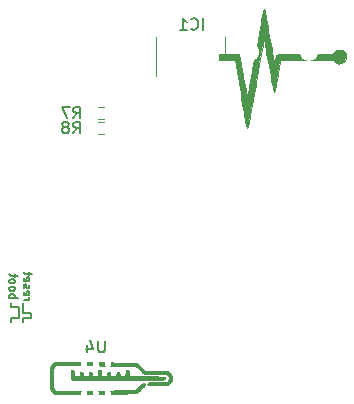
<source format=gbo>
G04 #@! TF.GenerationSoftware,KiCad,Pcbnew,(5.1.7)-1*
G04 #@! TF.CreationDate,2020-10-26T16:21:14+03:00*
G04 #@! TF.ProjectId,body_temp,626f6479-5f74-4656-9d70-2e6b69636164,rev?*
G04 #@! TF.SameCoordinates,Original*
G04 #@! TF.FileFunction,Legend,Bot*
G04 #@! TF.FilePolarity,Positive*
%FSLAX46Y46*%
G04 Gerber Fmt 4.6, Leading zero omitted, Abs format (unit mm)*
G04 Created by KiCad (PCBNEW (5.1.7)-1) date 2020-10-26 16:21:14*
%MOMM*%
%LPD*%
G01*
G04 APERTURE LIST*
%ADD10C,0.150000*%
%ADD11C,0.010000*%
%ADD12C,0.120000*%
%ADD13C,0.802000*%
%ADD14C,1.402000*%
%ADD15C,1.552000*%
%ADD16O,1.302000X2.002000*%
G04 APERTURE END LIST*
D10*
X18859500Y-41084500D02*
X18859500Y-40703500D01*
X19494500Y-41084500D02*
X18859500Y-41084500D01*
X19494500Y-41973500D02*
X19494500Y-41084500D01*
X18859500Y-41973500D02*
X19494500Y-41973500D01*
X18859500Y-42354500D02*
X18859500Y-41973500D01*
X19875500Y-41592500D02*
X19875500Y-40703500D01*
X20510500Y-41592500D02*
X19875500Y-41592500D01*
X20510500Y-41973500D02*
X20510500Y-41592500D01*
X19875500Y-41973500D02*
X20510500Y-41973500D01*
X19875500Y-42354500D02*
X19875500Y-41973500D01*
X19904833Y-40439833D02*
X20371500Y-40439833D01*
X20238166Y-40439833D02*
X20304833Y-40406500D01*
X20338166Y-40373166D01*
X20371500Y-40306500D01*
X20371500Y-40239833D01*
X19938166Y-39739833D02*
X19904833Y-39806500D01*
X19904833Y-39939833D01*
X19938166Y-40006500D01*
X20004833Y-40039833D01*
X20271500Y-40039833D01*
X20338166Y-40006500D01*
X20371500Y-39939833D01*
X20371500Y-39806500D01*
X20338166Y-39739833D01*
X20271500Y-39706500D01*
X20204833Y-39706500D01*
X20138166Y-40039833D01*
X19938166Y-39439833D02*
X19904833Y-39373166D01*
X19904833Y-39239833D01*
X19938166Y-39173166D01*
X20004833Y-39139833D01*
X20038166Y-39139833D01*
X20104833Y-39173166D01*
X20138166Y-39239833D01*
X20138166Y-39339833D01*
X20171500Y-39406500D01*
X20238166Y-39439833D01*
X20271500Y-39439833D01*
X20338166Y-39406500D01*
X20371500Y-39339833D01*
X20371500Y-39239833D01*
X20338166Y-39173166D01*
X19938166Y-38573166D02*
X19904833Y-38639833D01*
X19904833Y-38773166D01*
X19938166Y-38839833D01*
X20004833Y-38873166D01*
X20271500Y-38873166D01*
X20338166Y-38839833D01*
X20371500Y-38773166D01*
X20371500Y-38639833D01*
X20338166Y-38573166D01*
X20271500Y-38539833D01*
X20204833Y-38539833D01*
X20138166Y-38873166D01*
X20371500Y-38339833D02*
X20371500Y-38073166D01*
X20604833Y-38239833D02*
X20004833Y-38239833D01*
X19938166Y-38206500D01*
X19904833Y-38139833D01*
X19904833Y-38073166D01*
X18704833Y-40289833D02*
X19404833Y-40289833D01*
X19138166Y-40289833D02*
X19171500Y-40223166D01*
X19171500Y-40089833D01*
X19138166Y-40023166D01*
X19104833Y-39989833D01*
X19038166Y-39956500D01*
X18838166Y-39956500D01*
X18771500Y-39989833D01*
X18738166Y-40023166D01*
X18704833Y-40089833D01*
X18704833Y-40223166D01*
X18738166Y-40289833D01*
X18704833Y-39556500D02*
X18738166Y-39623166D01*
X18771500Y-39656500D01*
X18838166Y-39689833D01*
X19038166Y-39689833D01*
X19104833Y-39656500D01*
X19138166Y-39623166D01*
X19171500Y-39556500D01*
X19171500Y-39456500D01*
X19138166Y-39389833D01*
X19104833Y-39356500D01*
X19038166Y-39323166D01*
X18838166Y-39323166D01*
X18771500Y-39356500D01*
X18738166Y-39389833D01*
X18704833Y-39456500D01*
X18704833Y-39556500D01*
X18704833Y-38923166D02*
X18738166Y-38989833D01*
X18771500Y-39023166D01*
X18838166Y-39056500D01*
X19038166Y-39056500D01*
X19104833Y-39023166D01*
X19138166Y-38989833D01*
X19171500Y-38923166D01*
X19171500Y-38823166D01*
X19138166Y-38756500D01*
X19104833Y-38723166D01*
X19038166Y-38689833D01*
X18838166Y-38689833D01*
X18771500Y-38723166D01*
X18738166Y-38756500D01*
X18704833Y-38823166D01*
X18704833Y-38923166D01*
X19171500Y-38489833D02*
X19171500Y-38223166D01*
X19404833Y-38389833D02*
X18804833Y-38389833D01*
X18738166Y-38356500D01*
X18704833Y-38289833D01*
X18704833Y-38223166D01*
D11*
G36*
X22297633Y-45923132D02*
G01*
X22261968Y-45962629D01*
X22237586Y-45996284D01*
X22219384Y-46031560D01*
X22202258Y-46075917D01*
X22195050Y-46096482D01*
X22186930Y-46121825D01*
X22180049Y-46148976D01*
X22174306Y-46180514D01*
X22169601Y-46219020D01*
X22165833Y-46267073D01*
X22162901Y-46327253D01*
X22160703Y-46402138D01*
X22159139Y-46494310D01*
X22158109Y-46606346D01*
X22157510Y-46740827D01*
X22157242Y-46900333D01*
X22157200Y-47064053D01*
X22157607Y-47250891D01*
X22158741Y-47421738D01*
X22160559Y-47574620D01*
X22163014Y-47707561D01*
X22166064Y-47818587D01*
X22169661Y-47905724D01*
X22173762Y-47966995D01*
X22178322Y-48000428D01*
X22178482Y-48001042D01*
X22224818Y-48119702D01*
X22295123Y-48227425D01*
X22384925Y-48319463D01*
X22489747Y-48391066D01*
X22583881Y-48431236D01*
X22609917Y-48434542D01*
X22664725Y-48437286D01*
X22747203Y-48439471D01*
X22856245Y-48441104D01*
X22990747Y-48442189D01*
X23149605Y-48442729D01*
X23331715Y-48442730D01*
X23535973Y-48442198D01*
X23761274Y-48441136D01*
X24006515Y-48439548D01*
X24270591Y-48437440D01*
X24552399Y-48434817D01*
X24850833Y-48431682D01*
X25164790Y-48428041D01*
X25493166Y-48423898D01*
X25834855Y-48419258D01*
X26005501Y-48416822D01*
X26170133Y-48414448D01*
X26339316Y-48412026D01*
X26507990Y-48409630D01*
X26671097Y-48407330D01*
X26823580Y-48405197D01*
X26960383Y-48403301D01*
X27076444Y-48401716D01*
X27151538Y-48400710D01*
X27334306Y-48398172D01*
X27531177Y-48395217D01*
X27737289Y-48391933D01*
X27947777Y-48388407D01*
X28157779Y-48384725D01*
X28362432Y-48380975D01*
X28556874Y-48377245D01*
X28736240Y-48373621D01*
X28895667Y-48370192D01*
X29030293Y-48367042D01*
X29035608Y-48366911D01*
X29164264Y-48363437D01*
X29267866Y-48359059D01*
X29351237Y-48352200D01*
X29419199Y-48341285D01*
X29476572Y-48324741D01*
X29528179Y-48300990D01*
X29578840Y-48268459D01*
X29633378Y-48225572D01*
X29696614Y-48170754D01*
X29731767Y-48139479D01*
X29806482Y-48071177D01*
X29885699Y-47995932D01*
X29961020Y-47921886D01*
X30024052Y-47857185D01*
X30036398Y-47843974D01*
X30089042Y-47786493D01*
X30124497Y-47745561D01*
X30146140Y-47716046D01*
X30157351Y-47692818D01*
X30161506Y-47670745D01*
X30162024Y-47653130D01*
X30150391Y-47601355D01*
X30120376Y-47555309D01*
X30079308Y-47523481D01*
X30041897Y-47513943D01*
X30010581Y-47525113D01*
X29960681Y-47558089D01*
X29893157Y-47612070D01*
X29808966Y-47686255D01*
X29709066Y-47779842D01*
X29618958Y-47867668D01*
X29552934Y-47933133D01*
X29500487Y-47983335D01*
X29456163Y-48020419D01*
X29414508Y-48046531D01*
X29370068Y-48063821D01*
X29317392Y-48074432D01*
X29251024Y-48080514D01*
X29165511Y-48084213D01*
X29060511Y-48087509D01*
X28905456Y-48092203D01*
X28731062Y-48096899D01*
X28538971Y-48101575D01*
X28330822Y-48106218D01*
X28108256Y-48110808D01*
X27872912Y-48115328D01*
X27626432Y-48119762D01*
X27370456Y-48124091D01*
X27106624Y-48128299D01*
X26836575Y-48132369D01*
X26561951Y-48136282D01*
X26284393Y-48140023D01*
X26005539Y-48143573D01*
X25727031Y-48146914D01*
X25450510Y-48150031D01*
X25177614Y-48152906D01*
X24909985Y-48155521D01*
X24649263Y-48157859D01*
X24397089Y-48159903D01*
X24155102Y-48161636D01*
X23924942Y-48163040D01*
X23708251Y-48164099D01*
X23506669Y-48164793D01*
X23321835Y-48165108D01*
X23155391Y-48165023D01*
X23008977Y-48164525D01*
X22884232Y-48163594D01*
X22782798Y-48162214D01*
X22706314Y-48160366D01*
X22656420Y-48158034D01*
X22634759Y-48155202D01*
X22634732Y-48155189D01*
X22593276Y-48128384D01*
X22545303Y-48085809D01*
X22500208Y-48036987D01*
X22467390Y-47991441D01*
X22461051Y-47979194D01*
X22449005Y-47939178D01*
X22439705Y-47885086D01*
X22436903Y-47855432D01*
X22434979Y-47808662D01*
X22433266Y-47735926D01*
X22431784Y-47641139D01*
X22430553Y-47528219D01*
X22429594Y-47401078D01*
X22428927Y-47263635D01*
X22428573Y-47119803D01*
X22428551Y-46973500D01*
X22428882Y-46828641D01*
X22429585Y-46689141D01*
X22430352Y-46592329D01*
X22431571Y-46473974D01*
X22433043Y-46381476D01*
X22435215Y-46310811D01*
X22438529Y-46257956D01*
X22443430Y-46218885D01*
X22450364Y-46189574D01*
X22459774Y-46165999D01*
X22472106Y-46144137D01*
X22481451Y-46129619D01*
X22527573Y-46070375D01*
X22580565Y-46018316D01*
X22591052Y-46009927D01*
X22603706Y-46000364D01*
X22616246Y-45992061D01*
X22630725Y-45984952D01*
X22649200Y-45978974D01*
X22673727Y-45974059D01*
X22706362Y-45970145D01*
X22749161Y-45967164D01*
X22804181Y-45965053D01*
X22873476Y-45963746D01*
X22959104Y-45963179D01*
X23063120Y-45963286D01*
X23187580Y-45964002D01*
X23334540Y-45965263D01*
X23506057Y-45967002D01*
X23704186Y-45969156D01*
X23834324Y-45970593D01*
X23982730Y-45972232D01*
X24147118Y-45974045D01*
X24318364Y-45975934D01*
X24487343Y-45977798D01*
X24644930Y-45979535D01*
X24782002Y-45981044D01*
X24785253Y-45981080D01*
X24924385Y-45982725D01*
X25090183Y-45984879D01*
X25279438Y-45987490D01*
X25488938Y-45990505D01*
X25715474Y-45993873D01*
X25955836Y-45997541D01*
X26206813Y-46001456D01*
X26465195Y-46005568D01*
X26727771Y-46009824D01*
X26991330Y-46014170D01*
X27252663Y-46018556D01*
X27508559Y-46022929D01*
X27755809Y-46027237D01*
X27991201Y-46031427D01*
X28211525Y-46035448D01*
X28413570Y-46039247D01*
X28594128Y-46042772D01*
X28652139Y-46043941D01*
X28818357Y-46047418D01*
X28957278Y-46050571D01*
X29071484Y-46053516D01*
X29163561Y-46056374D01*
X29236090Y-46059259D01*
X29291653Y-46062293D01*
X29332833Y-46065589D01*
X29362214Y-46069270D01*
X29382378Y-46073449D01*
X29394922Y-46077799D01*
X29416005Y-46092498D01*
X29455457Y-46125081D01*
X29510106Y-46172731D01*
X29576774Y-46232625D01*
X29652289Y-46301944D01*
X29733474Y-46377867D01*
X29745320Y-46389060D01*
X29839496Y-46477807D01*
X29914878Y-46547910D01*
X29974059Y-46601592D01*
X30019634Y-46641078D01*
X30054197Y-46668588D01*
X30080346Y-46686349D01*
X30100672Y-46696580D01*
X30106797Y-46698765D01*
X30132580Y-46702425D01*
X30184797Y-46706064D01*
X30259999Y-46709570D01*
X30354738Y-46712830D01*
X30465565Y-46715735D01*
X30589033Y-46718171D01*
X30721691Y-46720027D01*
X30781065Y-46720621D01*
X31002107Y-46722557D01*
X31195310Y-46724344D01*
X31362718Y-46726179D01*
X31506371Y-46728257D01*
X31628311Y-46730776D01*
X31730581Y-46733933D01*
X31815223Y-46737921D01*
X31884279Y-46742942D01*
X31939790Y-46749188D01*
X31983799Y-46756857D01*
X32018349Y-46766146D01*
X32045479Y-46777252D01*
X32067234Y-46790370D01*
X32085654Y-46805696D01*
X32102783Y-46823430D01*
X32120661Y-46843765D01*
X32126189Y-46850078D01*
X32169372Y-46906561D01*
X32194294Y-46960664D01*
X32202579Y-46993141D01*
X32208417Y-47085051D01*
X32191143Y-47175725D01*
X32153663Y-47258218D01*
X32098883Y-47325585D01*
X32048319Y-47361938D01*
X32025161Y-47372654D01*
X31996927Y-47381751D01*
X31961019Y-47389392D01*
X31914841Y-47395744D01*
X31855792Y-47400967D01*
X31781277Y-47405227D01*
X31688695Y-47408688D01*
X31575451Y-47411513D01*
X31438946Y-47413865D01*
X31276581Y-47415909D01*
X31175600Y-47416958D01*
X31042296Y-47418411D01*
X30916148Y-47420057D01*
X30800790Y-47421829D01*
X30699857Y-47423659D01*
X30616985Y-47425480D01*
X30555806Y-47427223D01*
X30519957Y-47428823D01*
X30515340Y-47429198D01*
X30450931Y-47447318D01*
X30406731Y-47483578D01*
X30385290Y-47532866D01*
X30389155Y-47590071D01*
X30411626Y-47637272D01*
X30422670Y-47651056D01*
X30437718Y-47661324D01*
X30461166Y-47668736D01*
X30497414Y-47673959D01*
X30550858Y-47677652D01*
X30625895Y-47680480D01*
X30713739Y-47682788D01*
X30917278Y-47686780D01*
X31112850Y-47688854D01*
X31297981Y-47689077D01*
X31470196Y-47687516D01*
X31627021Y-47684235D01*
X31765980Y-47679301D01*
X31884599Y-47672781D01*
X31980404Y-47664740D01*
X32050919Y-47655243D01*
X32088927Y-47646145D01*
X32156569Y-47613223D01*
X32231050Y-47561682D01*
X32303813Y-47498510D01*
X32366298Y-47430698D01*
X32387648Y-47402184D01*
X32440841Y-47300754D01*
X32473370Y-47184700D01*
X32484340Y-47061800D01*
X32472858Y-46939834D01*
X32450230Y-46857082D01*
X32434494Y-46816824D01*
X32417269Y-46783357D01*
X32393859Y-46750306D01*
X32359564Y-46711299D01*
X32309685Y-46659961D01*
X32291353Y-46641575D01*
X32257831Y-46607673D01*
X32228293Y-46578308D01*
X32200432Y-46553133D01*
X32171937Y-46531807D01*
X32140500Y-46513984D01*
X32103811Y-46499320D01*
X32059561Y-46487472D01*
X32005442Y-46478093D01*
X31939144Y-46470842D01*
X31858358Y-46465374D01*
X31760776Y-46461342D01*
X31644086Y-46458405D01*
X31505982Y-46456218D01*
X31344153Y-46454435D01*
X31156291Y-46452715D01*
X31015838Y-46451435D01*
X30191798Y-46443720D01*
X29881608Y-46144972D01*
X29571417Y-45846224D01*
X29465589Y-45813474D01*
X29427445Y-45803668D01*
X29380178Y-45795577D01*
X29320407Y-45788971D01*
X29244753Y-45783618D01*
X29149836Y-45779284D01*
X29032277Y-45775739D01*
X28888694Y-45772751D01*
X28866090Y-45772360D01*
X28770640Y-45770743D01*
X28648876Y-45768680D01*
X28504363Y-45766230D01*
X28340666Y-45763455D01*
X28161350Y-45760416D01*
X27969980Y-45757171D01*
X27770120Y-45753783D01*
X27565333Y-45750311D01*
X27359187Y-45746816D01*
X27155243Y-45743357D01*
X27146538Y-45743210D01*
X26691567Y-45735536D01*
X26265772Y-45728440D01*
X25868450Y-45721909D01*
X25498900Y-45715935D01*
X25156422Y-45710507D01*
X24840314Y-45705614D01*
X24549874Y-45701246D01*
X24284401Y-45697392D01*
X24043192Y-45694042D01*
X23825549Y-45691185D01*
X23630768Y-45688810D01*
X23458149Y-45686910D01*
X23306989Y-45685470D01*
X23250338Y-45685006D01*
X23101335Y-45684030D01*
X22978848Y-45683746D01*
X22879515Y-45684313D01*
X22799975Y-45685892D01*
X22736866Y-45688642D01*
X22686827Y-45692722D01*
X22646495Y-45698293D01*
X22612510Y-45705512D01*
X22581510Y-45714541D01*
X22573750Y-45717128D01*
X22524986Y-45734528D01*
X22487784Y-45751305D01*
X22454758Y-45772506D01*
X22418525Y-45803183D01*
X22371701Y-45848382D01*
X22349681Y-45870329D01*
X22297633Y-45923132D01*
G37*
X22297633Y-45923132D02*
X22261968Y-45962629D01*
X22237586Y-45996284D01*
X22219384Y-46031560D01*
X22202258Y-46075917D01*
X22195050Y-46096482D01*
X22186930Y-46121825D01*
X22180049Y-46148976D01*
X22174306Y-46180514D01*
X22169601Y-46219020D01*
X22165833Y-46267073D01*
X22162901Y-46327253D01*
X22160703Y-46402138D01*
X22159139Y-46494310D01*
X22158109Y-46606346D01*
X22157510Y-46740827D01*
X22157242Y-46900333D01*
X22157200Y-47064053D01*
X22157607Y-47250891D01*
X22158741Y-47421738D01*
X22160559Y-47574620D01*
X22163014Y-47707561D01*
X22166064Y-47818587D01*
X22169661Y-47905724D01*
X22173762Y-47966995D01*
X22178322Y-48000428D01*
X22178482Y-48001042D01*
X22224818Y-48119702D01*
X22295123Y-48227425D01*
X22384925Y-48319463D01*
X22489747Y-48391066D01*
X22583881Y-48431236D01*
X22609917Y-48434542D01*
X22664725Y-48437286D01*
X22747203Y-48439471D01*
X22856245Y-48441104D01*
X22990747Y-48442189D01*
X23149605Y-48442729D01*
X23331715Y-48442730D01*
X23535973Y-48442198D01*
X23761274Y-48441136D01*
X24006515Y-48439548D01*
X24270591Y-48437440D01*
X24552399Y-48434817D01*
X24850833Y-48431682D01*
X25164790Y-48428041D01*
X25493166Y-48423898D01*
X25834855Y-48419258D01*
X26005501Y-48416822D01*
X26170133Y-48414448D01*
X26339316Y-48412026D01*
X26507990Y-48409630D01*
X26671097Y-48407330D01*
X26823580Y-48405197D01*
X26960383Y-48403301D01*
X27076444Y-48401716D01*
X27151538Y-48400710D01*
X27334306Y-48398172D01*
X27531177Y-48395217D01*
X27737289Y-48391933D01*
X27947777Y-48388407D01*
X28157779Y-48384725D01*
X28362432Y-48380975D01*
X28556874Y-48377245D01*
X28736240Y-48373621D01*
X28895667Y-48370192D01*
X29030293Y-48367042D01*
X29035608Y-48366911D01*
X29164264Y-48363437D01*
X29267866Y-48359059D01*
X29351237Y-48352200D01*
X29419199Y-48341285D01*
X29476572Y-48324741D01*
X29528179Y-48300990D01*
X29578840Y-48268459D01*
X29633378Y-48225572D01*
X29696614Y-48170754D01*
X29731767Y-48139479D01*
X29806482Y-48071177D01*
X29885699Y-47995932D01*
X29961020Y-47921886D01*
X30024052Y-47857185D01*
X30036398Y-47843974D01*
X30089042Y-47786493D01*
X30124497Y-47745561D01*
X30146140Y-47716046D01*
X30157351Y-47692818D01*
X30161506Y-47670745D01*
X30162024Y-47653130D01*
X30150391Y-47601355D01*
X30120376Y-47555309D01*
X30079308Y-47523481D01*
X30041897Y-47513943D01*
X30010581Y-47525113D01*
X29960681Y-47558089D01*
X29893157Y-47612070D01*
X29808966Y-47686255D01*
X29709066Y-47779842D01*
X29618958Y-47867668D01*
X29552934Y-47933133D01*
X29500487Y-47983335D01*
X29456163Y-48020419D01*
X29414508Y-48046531D01*
X29370068Y-48063821D01*
X29317392Y-48074432D01*
X29251024Y-48080514D01*
X29165511Y-48084213D01*
X29060511Y-48087509D01*
X28905456Y-48092203D01*
X28731062Y-48096899D01*
X28538971Y-48101575D01*
X28330822Y-48106218D01*
X28108256Y-48110808D01*
X27872912Y-48115328D01*
X27626432Y-48119762D01*
X27370456Y-48124091D01*
X27106624Y-48128299D01*
X26836575Y-48132369D01*
X26561951Y-48136282D01*
X26284393Y-48140023D01*
X26005539Y-48143573D01*
X25727031Y-48146914D01*
X25450510Y-48150031D01*
X25177614Y-48152906D01*
X24909985Y-48155521D01*
X24649263Y-48157859D01*
X24397089Y-48159903D01*
X24155102Y-48161636D01*
X23924942Y-48163040D01*
X23708251Y-48164099D01*
X23506669Y-48164793D01*
X23321835Y-48165108D01*
X23155391Y-48165023D01*
X23008977Y-48164525D01*
X22884232Y-48163594D01*
X22782798Y-48162214D01*
X22706314Y-48160366D01*
X22656420Y-48158034D01*
X22634759Y-48155202D01*
X22634732Y-48155189D01*
X22593276Y-48128384D01*
X22545303Y-48085809D01*
X22500208Y-48036987D01*
X22467390Y-47991441D01*
X22461051Y-47979194D01*
X22449005Y-47939178D01*
X22439705Y-47885086D01*
X22436903Y-47855432D01*
X22434979Y-47808662D01*
X22433266Y-47735926D01*
X22431784Y-47641139D01*
X22430553Y-47528219D01*
X22429594Y-47401078D01*
X22428927Y-47263635D01*
X22428573Y-47119803D01*
X22428551Y-46973500D01*
X22428882Y-46828641D01*
X22429585Y-46689141D01*
X22430352Y-46592329D01*
X22431571Y-46473974D01*
X22433043Y-46381476D01*
X22435215Y-46310811D01*
X22438529Y-46257956D01*
X22443430Y-46218885D01*
X22450364Y-46189574D01*
X22459774Y-46165999D01*
X22472106Y-46144137D01*
X22481451Y-46129619D01*
X22527573Y-46070375D01*
X22580565Y-46018316D01*
X22591052Y-46009927D01*
X22603706Y-46000364D01*
X22616246Y-45992061D01*
X22630725Y-45984952D01*
X22649200Y-45978974D01*
X22673727Y-45974059D01*
X22706362Y-45970145D01*
X22749161Y-45967164D01*
X22804181Y-45965053D01*
X22873476Y-45963746D01*
X22959104Y-45963179D01*
X23063120Y-45963286D01*
X23187580Y-45964002D01*
X23334540Y-45965263D01*
X23506057Y-45967002D01*
X23704186Y-45969156D01*
X23834324Y-45970593D01*
X23982730Y-45972232D01*
X24147118Y-45974045D01*
X24318364Y-45975934D01*
X24487343Y-45977798D01*
X24644930Y-45979535D01*
X24782002Y-45981044D01*
X24785253Y-45981080D01*
X24924385Y-45982725D01*
X25090183Y-45984879D01*
X25279438Y-45987490D01*
X25488938Y-45990505D01*
X25715474Y-45993873D01*
X25955836Y-45997541D01*
X26206813Y-46001456D01*
X26465195Y-46005568D01*
X26727771Y-46009824D01*
X26991330Y-46014170D01*
X27252663Y-46018556D01*
X27508559Y-46022929D01*
X27755809Y-46027237D01*
X27991201Y-46031427D01*
X28211525Y-46035448D01*
X28413570Y-46039247D01*
X28594128Y-46042772D01*
X28652139Y-46043941D01*
X28818357Y-46047418D01*
X28957278Y-46050571D01*
X29071484Y-46053516D01*
X29163561Y-46056374D01*
X29236090Y-46059259D01*
X29291653Y-46062293D01*
X29332833Y-46065589D01*
X29362214Y-46069270D01*
X29382378Y-46073449D01*
X29394922Y-46077799D01*
X29416005Y-46092498D01*
X29455457Y-46125081D01*
X29510106Y-46172731D01*
X29576774Y-46232625D01*
X29652289Y-46301944D01*
X29733474Y-46377867D01*
X29745320Y-46389060D01*
X29839496Y-46477807D01*
X29914878Y-46547910D01*
X29974059Y-46601592D01*
X30019634Y-46641078D01*
X30054197Y-46668588D01*
X30080346Y-46686349D01*
X30100672Y-46696580D01*
X30106797Y-46698765D01*
X30132580Y-46702425D01*
X30184797Y-46706064D01*
X30259999Y-46709570D01*
X30354738Y-46712830D01*
X30465565Y-46715735D01*
X30589033Y-46718171D01*
X30721691Y-46720027D01*
X30781065Y-46720621D01*
X31002107Y-46722557D01*
X31195310Y-46724344D01*
X31362718Y-46726179D01*
X31506371Y-46728257D01*
X31628311Y-46730776D01*
X31730581Y-46733933D01*
X31815223Y-46737921D01*
X31884279Y-46742942D01*
X31939790Y-46749188D01*
X31983799Y-46756857D01*
X32018349Y-46766146D01*
X32045479Y-46777252D01*
X32067234Y-46790370D01*
X32085654Y-46805696D01*
X32102783Y-46823430D01*
X32120661Y-46843765D01*
X32126189Y-46850078D01*
X32169372Y-46906561D01*
X32194294Y-46960664D01*
X32202579Y-46993141D01*
X32208417Y-47085051D01*
X32191143Y-47175725D01*
X32153663Y-47258218D01*
X32098883Y-47325585D01*
X32048319Y-47361938D01*
X32025161Y-47372654D01*
X31996927Y-47381751D01*
X31961019Y-47389392D01*
X31914841Y-47395744D01*
X31855792Y-47400967D01*
X31781277Y-47405227D01*
X31688695Y-47408688D01*
X31575451Y-47411513D01*
X31438946Y-47413865D01*
X31276581Y-47415909D01*
X31175600Y-47416958D01*
X31042296Y-47418411D01*
X30916148Y-47420057D01*
X30800790Y-47421829D01*
X30699857Y-47423659D01*
X30616985Y-47425480D01*
X30555806Y-47427223D01*
X30519957Y-47428823D01*
X30515340Y-47429198D01*
X30450931Y-47447318D01*
X30406731Y-47483578D01*
X30385290Y-47532866D01*
X30389155Y-47590071D01*
X30411626Y-47637272D01*
X30422670Y-47651056D01*
X30437718Y-47661324D01*
X30461166Y-47668736D01*
X30497414Y-47673959D01*
X30550858Y-47677652D01*
X30625895Y-47680480D01*
X30713739Y-47682788D01*
X30917278Y-47686780D01*
X31112850Y-47688854D01*
X31297981Y-47689077D01*
X31470196Y-47687516D01*
X31627021Y-47684235D01*
X31765980Y-47679301D01*
X31884599Y-47672781D01*
X31980404Y-47664740D01*
X32050919Y-47655243D01*
X32088927Y-47646145D01*
X32156569Y-47613223D01*
X32231050Y-47561682D01*
X32303813Y-47498510D01*
X32366298Y-47430698D01*
X32387648Y-47402184D01*
X32440841Y-47300754D01*
X32473370Y-47184700D01*
X32484340Y-47061800D01*
X32472858Y-46939834D01*
X32450230Y-46857082D01*
X32434494Y-46816824D01*
X32417269Y-46783357D01*
X32393859Y-46750306D01*
X32359564Y-46711299D01*
X32309685Y-46659961D01*
X32291353Y-46641575D01*
X32257831Y-46607673D01*
X32228293Y-46578308D01*
X32200432Y-46553133D01*
X32171937Y-46531807D01*
X32140500Y-46513984D01*
X32103811Y-46499320D01*
X32059561Y-46487472D01*
X32005442Y-46478093D01*
X31939144Y-46470842D01*
X31858358Y-46465374D01*
X31760776Y-46461342D01*
X31644086Y-46458405D01*
X31505982Y-46456218D01*
X31344153Y-46454435D01*
X31156291Y-46452715D01*
X31015838Y-46451435D01*
X30191798Y-46443720D01*
X29881608Y-46144972D01*
X29571417Y-45846224D01*
X29465589Y-45813474D01*
X29427445Y-45803668D01*
X29380178Y-45795577D01*
X29320407Y-45788971D01*
X29244753Y-45783618D01*
X29149836Y-45779284D01*
X29032277Y-45775739D01*
X28888694Y-45772751D01*
X28866090Y-45772360D01*
X28770640Y-45770743D01*
X28648876Y-45768680D01*
X28504363Y-45766230D01*
X28340666Y-45763455D01*
X28161350Y-45760416D01*
X27969980Y-45757171D01*
X27770120Y-45753783D01*
X27565333Y-45750311D01*
X27359187Y-45746816D01*
X27155243Y-45743357D01*
X27146538Y-45743210D01*
X26691567Y-45735536D01*
X26265772Y-45728440D01*
X25868450Y-45721909D01*
X25498900Y-45715935D01*
X25156422Y-45710507D01*
X24840314Y-45705614D01*
X24549874Y-45701246D01*
X24284401Y-45697392D01*
X24043192Y-45694042D01*
X23825549Y-45691185D01*
X23630768Y-45688810D01*
X23458149Y-45686910D01*
X23306989Y-45685470D01*
X23250338Y-45685006D01*
X23101335Y-45684030D01*
X22978848Y-45683746D01*
X22879515Y-45684313D01*
X22799975Y-45685892D01*
X22736866Y-45688642D01*
X22686827Y-45692722D01*
X22646495Y-45698293D01*
X22612510Y-45705512D01*
X22581510Y-45714541D01*
X22573750Y-45717128D01*
X22524986Y-45734528D01*
X22487784Y-45751305D01*
X22454758Y-45772506D01*
X22418525Y-45803183D01*
X22371701Y-45848382D01*
X22349681Y-45870329D01*
X22297633Y-45923132D01*
G36*
X23915157Y-46436101D02*
G01*
X23909300Y-46487039D01*
X23904648Y-46556739D01*
X23901265Y-46639651D01*
X23899210Y-46730226D01*
X23898544Y-46822912D01*
X23899329Y-46912159D01*
X23901624Y-46992418D01*
X23905492Y-47058138D01*
X23910994Y-47103769D01*
X23914384Y-47117340D01*
X23930796Y-47154670D01*
X23951604Y-47174451D01*
X23977106Y-47184942D01*
X24001003Y-47188193D01*
X24051470Y-47191541D01*
X24125198Y-47194882D01*
X24218872Y-47198109D01*
X24329187Y-47201117D01*
X24452826Y-47203799D01*
X24586482Y-47206050D01*
X24671043Y-47207160D01*
X24746918Y-47207843D01*
X24849464Y-47208437D01*
X24976911Y-47208946D01*
X25127490Y-47209373D01*
X25299426Y-47209720D01*
X25490953Y-47209990D01*
X25700298Y-47210184D01*
X25925689Y-47210307D01*
X26165359Y-47210359D01*
X26417534Y-47210344D01*
X26680444Y-47210265D01*
X26952319Y-47210122D01*
X27231388Y-47209921D01*
X27515879Y-47209662D01*
X27804023Y-47209349D01*
X28094049Y-47208983D01*
X28384187Y-47208567D01*
X28672664Y-47208104D01*
X28957711Y-47207597D01*
X29237557Y-47207049D01*
X29510431Y-47206460D01*
X29774563Y-47205835D01*
X30028181Y-47205174D01*
X30269515Y-47204483D01*
X30496795Y-47203760D01*
X30708249Y-47203012D01*
X30902106Y-47202239D01*
X31076597Y-47201444D01*
X31229951Y-47200630D01*
X31360396Y-47199799D01*
X31466163Y-47198954D01*
X31545479Y-47198097D01*
X31594282Y-47197284D01*
X31698242Y-47193836D01*
X31776038Y-47187801D01*
X31831368Y-47177580D01*
X31867937Y-47161572D01*
X31889442Y-47138178D01*
X31899587Y-47105794D01*
X31902073Y-47064176D01*
X31899919Y-47025733D01*
X31890945Y-46996770D01*
X31871381Y-46975741D01*
X31837459Y-46961101D01*
X31785410Y-46951302D01*
X31711463Y-46944803D01*
X31611853Y-46940054D01*
X31598124Y-46939533D01*
X31544163Y-46938101D01*
X31463101Y-46936758D01*
X31357721Y-46935522D01*
X31230804Y-46934409D01*
X31085132Y-46933432D01*
X30923487Y-46932607D01*
X30748651Y-46931949D01*
X30563405Y-46931475D01*
X30370532Y-46931199D01*
X30172812Y-46931136D01*
X30080070Y-46931184D01*
X28812431Y-46932179D01*
X28808861Y-46688971D01*
X28806703Y-46604595D01*
X28803053Y-46529006D01*
X28798326Y-46468029D01*
X28792934Y-46427487D01*
X28789428Y-46415151D01*
X28755302Y-46378231D01*
X28706868Y-46360090D01*
X28653041Y-46360704D01*
X28602739Y-46380049D01*
X28566343Y-46415748D01*
X28555321Y-46449219D01*
X28546608Y-46510394D01*
X28540425Y-46597168D01*
X28537255Y-46692923D01*
X28532544Y-46932000D01*
X28040908Y-46932000D01*
X28038202Y-46798559D01*
X28034062Y-46712707D01*
X28024398Y-46651069D01*
X28007278Y-46608194D01*
X27980769Y-46578629D01*
X27954464Y-46562360D01*
X27899886Y-46550436D01*
X27844362Y-46565701D01*
X27806960Y-46593581D01*
X27791248Y-46623773D01*
X27777968Y-46676240D01*
X27768323Y-46743397D01*
X27763514Y-46817663D01*
X27763584Y-46867217D01*
X27765598Y-46931780D01*
X27527383Y-46932119D01*
X27445758Y-46931568D01*
X27374757Y-46929827D01*
X27319707Y-46927126D01*
X27285933Y-46923696D01*
X27278033Y-46921322D01*
X27272685Y-46901820D01*
X27269129Y-46861039D01*
X27268091Y-46807566D01*
X27268125Y-46804107D01*
X27262678Y-46702186D01*
X27243589Y-46626670D01*
X27210727Y-46577310D01*
X27163959Y-46553856D01*
X27135614Y-46551757D01*
X27085074Y-46558207D01*
X27048032Y-46576113D01*
X27022411Y-46609292D01*
X27006134Y-46661565D01*
X26997122Y-46736750D01*
X26993834Y-46812446D01*
X26990890Y-46932000D01*
X26499567Y-46932000D01*
X26494417Y-46709501D01*
X26491361Y-46626443D01*
X26486475Y-46550010D01*
X26480351Y-46487106D01*
X26473576Y-46444643D01*
X26471043Y-46435552D01*
X26455720Y-46399939D01*
X26435354Y-46380288D01*
X26399742Y-46365301D01*
X26340099Y-46357743D01*
X26286505Y-46375352D01*
X26246468Y-46414620D01*
X26233275Y-46443129D01*
X26227566Y-46474743D01*
X26222112Y-46529453D01*
X26217423Y-46600471D01*
X26214007Y-46681012D01*
X26213185Y-46711092D01*
X26208072Y-46932000D01*
X25715300Y-46932000D01*
X25713441Y-46812086D01*
X25709739Y-46717019D01*
X25700745Y-46647886D01*
X25684541Y-46600927D01*
X25659213Y-46572387D01*
X25622843Y-46558508D01*
X25582574Y-46555429D01*
X25528240Y-46564185D01*
X25487785Y-46591916D01*
X25460122Y-46640817D01*
X25444170Y-46713085D01*
X25438846Y-46810914D01*
X25439171Y-46846158D01*
X25440949Y-46931794D01*
X25193647Y-46932117D01*
X24946345Y-46932439D01*
X24941156Y-46780655D01*
X24934878Y-46692885D01*
X24921520Y-46630464D01*
X24898858Y-46589253D01*
X24864667Y-46565114D01*
X24819390Y-46554217D01*
X24764839Y-46555921D01*
X24723961Y-46577268D01*
X24695409Y-46620452D01*
X24677839Y-46687670D01*
X24669901Y-46781114D01*
X24669436Y-46798559D01*
X24666730Y-46932000D01*
X24174624Y-46932000D01*
X24170846Y-46694013D01*
X24167832Y-46587414D01*
X24161875Y-46506854D01*
X24151833Y-46448545D01*
X24136571Y-46408698D01*
X24114950Y-46383525D01*
X24085834Y-46369238D01*
X24072283Y-46365816D01*
X24008138Y-46362357D01*
X23955095Y-46378518D01*
X23922160Y-46409476D01*
X23915157Y-46436101D01*
G37*
X23915157Y-46436101D02*
X23909300Y-46487039D01*
X23904648Y-46556739D01*
X23901265Y-46639651D01*
X23899210Y-46730226D01*
X23898544Y-46822912D01*
X23899329Y-46912159D01*
X23901624Y-46992418D01*
X23905492Y-47058138D01*
X23910994Y-47103769D01*
X23914384Y-47117340D01*
X23930796Y-47154670D01*
X23951604Y-47174451D01*
X23977106Y-47184942D01*
X24001003Y-47188193D01*
X24051470Y-47191541D01*
X24125198Y-47194882D01*
X24218872Y-47198109D01*
X24329187Y-47201117D01*
X24452826Y-47203799D01*
X24586482Y-47206050D01*
X24671043Y-47207160D01*
X24746918Y-47207843D01*
X24849464Y-47208437D01*
X24976911Y-47208946D01*
X25127490Y-47209373D01*
X25299426Y-47209720D01*
X25490953Y-47209990D01*
X25700298Y-47210184D01*
X25925689Y-47210307D01*
X26165359Y-47210359D01*
X26417534Y-47210344D01*
X26680444Y-47210265D01*
X26952319Y-47210122D01*
X27231388Y-47209921D01*
X27515879Y-47209662D01*
X27804023Y-47209349D01*
X28094049Y-47208983D01*
X28384187Y-47208567D01*
X28672664Y-47208104D01*
X28957711Y-47207597D01*
X29237557Y-47207049D01*
X29510431Y-47206460D01*
X29774563Y-47205835D01*
X30028181Y-47205174D01*
X30269515Y-47204483D01*
X30496795Y-47203760D01*
X30708249Y-47203012D01*
X30902106Y-47202239D01*
X31076597Y-47201444D01*
X31229951Y-47200630D01*
X31360396Y-47199799D01*
X31466163Y-47198954D01*
X31545479Y-47198097D01*
X31594282Y-47197284D01*
X31698242Y-47193836D01*
X31776038Y-47187801D01*
X31831368Y-47177580D01*
X31867937Y-47161572D01*
X31889442Y-47138178D01*
X31899587Y-47105794D01*
X31902073Y-47064176D01*
X31899919Y-47025733D01*
X31890945Y-46996770D01*
X31871381Y-46975741D01*
X31837459Y-46961101D01*
X31785410Y-46951302D01*
X31711463Y-46944803D01*
X31611853Y-46940054D01*
X31598124Y-46939533D01*
X31544163Y-46938101D01*
X31463101Y-46936758D01*
X31357721Y-46935522D01*
X31230804Y-46934409D01*
X31085132Y-46933432D01*
X30923487Y-46932607D01*
X30748651Y-46931949D01*
X30563405Y-46931475D01*
X30370532Y-46931199D01*
X30172812Y-46931136D01*
X30080070Y-46931184D01*
X28812431Y-46932179D01*
X28808861Y-46688971D01*
X28806703Y-46604595D01*
X28803053Y-46529006D01*
X28798326Y-46468029D01*
X28792934Y-46427487D01*
X28789428Y-46415151D01*
X28755302Y-46378231D01*
X28706868Y-46360090D01*
X28653041Y-46360704D01*
X28602739Y-46380049D01*
X28566343Y-46415748D01*
X28555321Y-46449219D01*
X28546608Y-46510394D01*
X28540425Y-46597168D01*
X28537255Y-46692923D01*
X28532544Y-46932000D01*
X28040908Y-46932000D01*
X28038202Y-46798559D01*
X28034062Y-46712707D01*
X28024398Y-46651069D01*
X28007278Y-46608194D01*
X27980769Y-46578629D01*
X27954464Y-46562360D01*
X27899886Y-46550436D01*
X27844362Y-46565701D01*
X27806960Y-46593581D01*
X27791248Y-46623773D01*
X27777968Y-46676240D01*
X27768323Y-46743397D01*
X27763514Y-46817663D01*
X27763584Y-46867217D01*
X27765598Y-46931780D01*
X27527383Y-46932119D01*
X27445758Y-46931568D01*
X27374757Y-46929827D01*
X27319707Y-46927126D01*
X27285933Y-46923696D01*
X27278033Y-46921322D01*
X27272685Y-46901820D01*
X27269129Y-46861039D01*
X27268091Y-46807566D01*
X27268125Y-46804107D01*
X27262678Y-46702186D01*
X27243589Y-46626670D01*
X27210727Y-46577310D01*
X27163959Y-46553856D01*
X27135614Y-46551757D01*
X27085074Y-46558207D01*
X27048032Y-46576113D01*
X27022411Y-46609292D01*
X27006134Y-46661565D01*
X26997122Y-46736750D01*
X26993834Y-46812446D01*
X26990890Y-46932000D01*
X26499567Y-46932000D01*
X26494417Y-46709501D01*
X26491361Y-46626443D01*
X26486475Y-46550010D01*
X26480351Y-46487106D01*
X26473576Y-46444643D01*
X26471043Y-46435552D01*
X26455720Y-46399939D01*
X26435354Y-46380288D01*
X26399742Y-46365301D01*
X26340099Y-46357743D01*
X26286505Y-46375352D01*
X26246468Y-46414620D01*
X26233275Y-46443129D01*
X26227566Y-46474743D01*
X26222112Y-46529453D01*
X26217423Y-46600471D01*
X26214007Y-46681012D01*
X26213185Y-46711092D01*
X26208072Y-46932000D01*
X25715300Y-46932000D01*
X25713441Y-46812086D01*
X25709739Y-46717019D01*
X25700745Y-46647886D01*
X25684541Y-46600927D01*
X25659213Y-46572387D01*
X25622843Y-46558508D01*
X25582574Y-46555429D01*
X25528240Y-46564185D01*
X25487785Y-46591916D01*
X25460122Y-46640817D01*
X25444170Y-46713085D01*
X25438846Y-46810914D01*
X25439171Y-46846158D01*
X25440949Y-46931794D01*
X25193647Y-46932117D01*
X24946345Y-46932439D01*
X24941156Y-46780655D01*
X24934878Y-46692885D01*
X24921520Y-46630464D01*
X24898858Y-46589253D01*
X24864667Y-46565114D01*
X24819390Y-46554217D01*
X24764839Y-46555921D01*
X24723961Y-46577268D01*
X24695409Y-46620452D01*
X24677839Y-46687670D01*
X24669901Y-46781114D01*
X24669436Y-46798559D01*
X24666730Y-46932000D01*
X24174624Y-46932000D01*
X24170846Y-46694013D01*
X24167832Y-46587414D01*
X24161875Y-46506854D01*
X24151833Y-46448545D01*
X24136571Y-46408698D01*
X24114950Y-46383525D01*
X24085834Y-46369238D01*
X24072283Y-46365816D01*
X24008138Y-46362357D01*
X23955095Y-46378518D01*
X23922160Y-46409476D01*
X23915157Y-46436101D01*
G36*
X38857634Y-25846115D02*
G01*
X38874523Y-25808156D01*
X38895857Y-25737817D01*
X38922521Y-25630555D01*
X38955399Y-25481828D01*
X38995374Y-25287091D01*
X39043332Y-25041802D01*
X39100156Y-24741417D01*
X39166730Y-24381393D01*
X39243938Y-23957187D01*
X39332666Y-23464256D01*
X39433796Y-22898056D01*
X39548213Y-22254044D01*
X39577496Y-22088823D01*
X39675658Y-21535134D01*
X39769655Y-21005665D01*
X39858437Y-20506298D01*
X39940951Y-20042910D01*
X40016148Y-19621383D01*
X40082975Y-19247595D01*
X40140382Y-18927425D01*
X40187317Y-18666755D01*
X40222729Y-18471462D01*
X40245566Y-18347428D01*
X40254778Y-18300531D01*
X40254875Y-18300297D01*
X40263446Y-18339031D01*
X40285265Y-18453623D01*
X40318974Y-18636535D01*
X40363215Y-18880230D01*
X40416629Y-19177169D01*
X40477858Y-19519813D01*
X40545544Y-19900625D01*
X40618328Y-20312066D01*
X40661073Y-20554547D01*
X40750580Y-21060735D01*
X40827293Y-21489229D01*
X40892404Y-21845840D01*
X40947104Y-22136379D01*
X40992584Y-22366654D01*
X41030034Y-22542478D01*
X41060646Y-22669659D01*
X41085611Y-22754009D01*
X41106119Y-22801337D01*
X41123361Y-22817454D01*
X41124926Y-22817573D01*
X41146420Y-22802810D01*
X41170170Y-22753571D01*
X41197878Y-22662338D01*
X41231247Y-22521594D01*
X41271980Y-22323824D01*
X41321780Y-22061510D01*
X41382348Y-21727137D01*
X41419805Y-21515823D01*
X41477025Y-21192858D01*
X41530212Y-20895716D01*
X41577438Y-20634940D01*
X41616772Y-20421071D01*
X41646285Y-20264650D01*
X41664048Y-20176221D01*
X41667751Y-20161250D01*
X41689290Y-20148984D01*
X41748399Y-20138629D01*
X41850707Y-20130053D01*
X42001843Y-20123119D01*
X42207438Y-20117694D01*
X42473121Y-20113642D01*
X42804522Y-20110830D01*
X43207271Y-20109123D01*
X43686997Y-20108387D01*
X43882459Y-20108333D01*
X46078694Y-20108333D01*
X46219473Y-20261949D01*
X46327099Y-20362540D01*
X46436431Y-20413990D01*
X46572865Y-20435995D01*
X46806124Y-20423905D01*
X46993708Y-20342756D01*
X47129309Y-20198449D01*
X47206618Y-19996882D01*
X47222675Y-19828292D01*
X47190381Y-19611946D01*
X47091668Y-19447310D01*
X46924324Y-19330905D01*
X46899585Y-19320037D01*
X46679649Y-19268556D01*
X46466770Y-19292606D01*
X46278600Y-19387189D01*
X46140765Y-19534812D01*
X46070096Y-19642666D01*
X43687660Y-19642666D01*
X43162339Y-19642993D01*
X42715871Y-19644064D01*
X42342445Y-19646013D01*
X42036251Y-19648974D01*
X41791478Y-19653082D01*
X41602314Y-19658472D01*
X41462948Y-19665279D01*
X41367571Y-19673635D01*
X41310369Y-19683677D01*
X41285534Y-19695539D01*
X41283874Y-19698306D01*
X41267209Y-19764891D01*
X41242611Y-19890237D01*
X41214912Y-20049404D01*
X41210037Y-20079306D01*
X41182133Y-20232461D01*
X41155202Y-20346854D01*
X41134162Y-20402349D01*
X41130571Y-20404666D01*
X41119857Y-20364483D01*
X41096278Y-20250028D01*
X41061475Y-20070444D01*
X41017089Y-19834874D01*
X40964759Y-19552462D01*
X40906127Y-19232351D01*
X40842834Y-18883683D01*
X40776519Y-18515602D01*
X40708826Y-18137251D01*
X40641392Y-17757772D01*
X40575861Y-17386310D01*
X40513872Y-17032006D01*
X40457065Y-16704004D01*
X40407083Y-16411447D01*
X40365565Y-16163479D01*
X40334153Y-15969241D01*
X40331001Y-15949083D01*
X40301338Y-15854546D01*
X40259712Y-15837099D01*
X40214256Y-15891589D01*
X40173103Y-16012858D01*
X40164068Y-16054916D01*
X40150258Y-16129862D01*
X40122928Y-16281650D01*
X40083238Y-16503737D01*
X40032348Y-16789581D01*
X39971419Y-17132639D01*
X39901611Y-17526369D01*
X39824085Y-17964228D01*
X39740000Y-18439674D01*
X39650517Y-18946164D01*
X39556796Y-19477156D01*
X39491474Y-19847543D01*
X39374038Y-20511715D01*
X39270015Y-21095767D01*
X39178755Y-21603069D01*
X39099611Y-22036991D01*
X39031935Y-22400905D01*
X38975077Y-22698181D01*
X38928389Y-22932189D01*
X38891225Y-23106300D01*
X38862934Y-23223885D01*
X38842869Y-23288314D01*
X38830381Y-23302958D01*
X38827888Y-23297710D01*
X38813447Y-23231054D01*
X38786306Y-23090376D01*
X38748170Y-22885083D01*
X38700748Y-22624584D01*
X38645744Y-22318288D01*
X38584866Y-21975605D01*
X38519819Y-21605942D01*
X38487441Y-21420666D01*
X38181104Y-19663833D01*
X37325635Y-19652373D01*
X36470167Y-19640913D01*
X36470167Y-20106183D01*
X37133724Y-20117842D01*
X37797281Y-20129500D01*
X38206114Y-22500166D01*
X38284527Y-22954964D01*
X38361000Y-23398701D01*
X38433882Y-23821800D01*
X38501527Y-24214684D01*
X38562285Y-24567775D01*
X38614509Y-24871496D01*
X38656550Y-25116270D01*
X38686760Y-25292520D01*
X38697844Y-25357415D01*
X38740455Y-25587004D01*
X38777885Y-25740955D01*
X38812681Y-25827942D01*
X38844306Y-25856238D01*
X38857634Y-25846115D01*
G37*
X38857634Y-25846115D02*
X38874523Y-25808156D01*
X38895857Y-25737817D01*
X38922521Y-25630555D01*
X38955399Y-25481828D01*
X38995374Y-25287091D01*
X39043332Y-25041802D01*
X39100156Y-24741417D01*
X39166730Y-24381393D01*
X39243938Y-23957187D01*
X39332666Y-23464256D01*
X39433796Y-22898056D01*
X39548213Y-22254044D01*
X39577496Y-22088823D01*
X39675658Y-21535134D01*
X39769655Y-21005665D01*
X39858437Y-20506298D01*
X39940951Y-20042910D01*
X40016148Y-19621383D01*
X40082975Y-19247595D01*
X40140382Y-18927425D01*
X40187317Y-18666755D01*
X40222729Y-18471462D01*
X40245566Y-18347428D01*
X40254778Y-18300531D01*
X40254875Y-18300297D01*
X40263446Y-18339031D01*
X40285265Y-18453623D01*
X40318974Y-18636535D01*
X40363215Y-18880230D01*
X40416629Y-19177169D01*
X40477858Y-19519813D01*
X40545544Y-19900625D01*
X40618328Y-20312066D01*
X40661073Y-20554547D01*
X40750580Y-21060735D01*
X40827293Y-21489229D01*
X40892404Y-21845840D01*
X40947104Y-22136379D01*
X40992584Y-22366654D01*
X41030034Y-22542478D01*
X41060646Y-22669659D01*
X41085611Y-22754009D01*
X41106119Y-22801337D01*
X41123361Y-22817454D01*
X41124926Y-22817573D01*
X41146420Y-22802810D01*
X41170170Y-22753571D01*
X41197878Y-22662338D01*
X41231247Y-22521594D01*
X41271980Y-22323824D01*
X41321780Y-22061510D01*
X41382348Y-21727137D01*
X41419805Y-21515823D01*
X41477025Y-21192858D01*
X41530212Y-20895716D01*
X41577438Y-20634940D01*
X41616772Y-20421071D01*
X41646285Y-20264650D01*
X41664048Y-20176221D01*
X41667751Y-20161250D01*
X41689290Y-20148984D01*
X41748399Y-20138629D01*
X41850707Y-20130053D01*
X42001843Y-20123119D01*
X42207438Y-20117694D01*
X42473121Y-20113642D01*
X42804522Y-20110830D01*
X43207271Y-20109123D01*
X43686997Y-20108387D01*
X43882459Y-20108333D01*
X46078694Y-20108333D01*
X46219473Y-20261949D01*
X46327099Y-20362540D01*
X46436431Y-20413990D01*
X46572865Y-20435995D01*
X46806124Y-20423905D01*
X46993708Y-20342756D01*
X47129309Y-20198449D01*
X47206618Y-19996882D01*
X47222675Y-19828292D01*
X47190381Y-19611946D01*
X47091668Y-19447310D01*
X46924324Y-19330905D01*
X46899585Y-19320037D01*
X46679649Y-19268556D01*
X46466770Y-19292606D01*
X46278600Y-19387189D01*
X46140765Y-19534812D01*
X46070096Y-19642666D01*
X43687660Y-19642666D01*
X43162339Y-19642993D01*
X42715871Y-19644064D01*
X42342445Y-19646013D01*
X42036251Y-19648974D01*
X41791478Y-19653082D01*
X41602314Y-19658472D01*
X41462948Y-19665279D01*
X41367571Y-19673635D01*
X41310369Y-19683677D01*
X41285534Y-19695539D01*
X41283874Y-19698306D01*
X41267209Y-19764891D01*
X41242611Y-19890237D01*
X41214912Y-20049404D01*
X41210037Y-20079306D01*
X41182133Y-20232461D01*
X41155202Y-20346854D01*
X41134162Y-20402349D01*
X41130571Y-20404666D01*
X41119857Y-20364483D01*
X41096278Y-20250028D01*
X41061475Y-20070444D01*
X41017089Y-19834874D01*
X40964759Y-19552462D01*
X40906127Y-19232351D01*
X40842834Y-18883683D01*
X40776519Y-18515602D01*
X40708826Y-18137251D01*
X40641392Y-17757772D01*
X40575861Y-17386310D01*
X40513872Y-17032006D01*
X40457065Y-16704004D01*
X40407083Y-16411447D01*
X40365565Y-16163479D01*
X40334153Y-15969241D01*
X40331001Y-15949083D01*
X40301338Y-15854546D01*
X40259712Y-15837099D01*
X40214256Y-15891589D01*
X40173103Y-16012858D01*
X40164068Y-16054916D01*
X40150258Y-16129862D01*
X40122928Y-16281650D01*
X40083238Y-16503737D01*
X40032348Y-16789581D01*
X39971419Y-17132639D01*
X39901611Y-17526369D01*
X39824085Y-17964228D01*
X39740000Y-18439674D01*
X39650517Y-18946164D01*
X39556796Y-19477156D01*
X39491474Y-19847543D01*
X39374038Y-20511715D01*
X39270015Y-21095767D01*
X39178755Y-21603069D01*
X39099611Y-22036991D01*
X39031935Y-22400905D01*
X38975077Y-22698181D01*
X38928389Y-22932189D01*
X38891225Y-23106300D01*
X38862934Y-23223885D01*
X38842869Y-23288314D01*
X38830381Y-23302958D01*
X38827888Y-23297710D01*
X38813447Y-23231054D01*
X38786306Y-23090376D01*
X38748170Y-22885083D01*
X38700748Y-22624584D01*
X38645744Y-22318288D01*
X38584866Y-21975605D01*
X38519819Y-21605942D01*
X38487441Y-21420666D01*
X38181104Y-19663833D01*
X37325635Y-19652373D01*
X36470167Y-19640913D01*
X36470167Y-20106183D01*
X37133724Y-20117842D01*
X37797281Y-20129500D01*
X38206114Y-22500166D01*
X38284527Y-22954964D01*
X38361000Y-23398701D01*
X38433882Y-23821800D01*
X38501527Y-24214684D01*
X38562285Y-24567775D01*
X38614509Y-24871496D01*
X38656550Y-25116270D01*
X38686760Y-25292520D01*
X38697844Y-25357415D01*
X38740455Y-25587004D01*
X38777885Y-25740955D01*
X38812681Y-25827942D01*
X38844306Y-25856238D01*
X38857634Y-25846115D01*
D12*
X31136000Y-18152000D02*
X31136000Y-21462000D01*
X36956000Y-19812000D02*
X36956000Y-18172000D01*
X26717258Y-26430500D02*
X26242742Y-26430500D01*
X26717258Y-25385500D02*
X26242742Y-25385500D01*
X26717258Y-25160500D02*
X26242742Y-25160500D01*
X26717258Y-24115500D02*
X26242742Y-24115500D01*
D10*
X26796904Y-43902380D02*
X26796904Y-44711904D01*
X26749285Y-44807142D01*
X26701666Y-44854761D01*
X26606428Y-44902380D01*
X26415952Y-44902380D01*
X26320714Y-44854761D01*
X26273095Y-44807142D01*
X26225476Y-44711904D01*
X26225476Y-43902380D01*
X25320714Y-44235714D02*
X25320714Y-44902380D01*
X25558809Y-43854761D02*
X25796904Y-44569047D01*
X25177857Y-44569047D01*
X35139190Y-17597380D02*
X35139190Y-16597380D01*
X34091571Y-17502142D02*
X34139190Y-17549761D01*
X34282047Y-17597380D01*
X34377285Y-17597380D01*
X34520142Y-17549761D01*
X34615380Y-17454523D01*
X34663000Y-17359285D01*
X34710619Y-17168809D01*
X34710619Y-17025952D01*
X34663000Y-16835476D01*
X34615380Y-16740238D01*
X34520142Y-16645000D01*
X34377285Y-16597380D01*
X34282047Y-16597380D01*
X34139190Y-16645000D01*
X34091571Y-16692619D01*
X33139190Y-17597380D02*
X33710619Y-17597380D01*
X33424904Y-17597380D02*
X33424904Y-16597380D01*
X33520142Y-16740238D01*
X33615380Y-16835476D01*
X33710619Y-16883095D01*
X24132166Y-26360380D02*
X24465500Y-25884190D01*
X24703595Y-26360380D02*
X24703595Y-25360380D01*
X24322642Y-25360380D01*
X24227404Y-25408000D01*
X24179785Y-25455619D01*
X24132166Y-25550857D01*
X24132166Y-25693714D01*
X24179785Y-25788952D01*
X24227404Y-25836571D01*
X24322642Y-25884190D01*
X24703595Y-25884190D01*
X23560738Y-25788952D02*
X23655976Y-25741333D01*
X23703595Y-25693714D01*
X23751214Y-25598476D01*
X23751214Y-25550857D01*
X23703595Y-25455619D01*
X23655976Y-25408000D01*
X23560738Y-25360380D01*
X23370261Y-25360380D01*
X23275023Y-25408000D01*
X23227404Y-25455619D01*
X23179785Y-25550857D01*
X23179785Y-25598476D01*
X23227404Y-25693714D01*
X23275023Y-25741333D01*
X23370261Y-25788952D01*
X23560738Y-25788952D01*
X23655976Y-25836571D01*
X23703595Y-25884190D01*
X23751214Y-25979428D01*
X23751214Y-26169904D01*
X23703595Y-26265142D01*
X23655976Y-26312761D01*
X23560738Y-26360380D01*
X23370261Y-26360380D01*
X23275023Y-26312761D01*
X23227404Y-26265142D01*
X23179785Y-26169904D01*
X23179785Y-25979428D01*
X23227404Y-25884190D01*
X23275023Y-25836571D01*
X23370261Y-25788952D01*
X24132166Y-25090380D02*
X24465500Y-24614190D01*
X24703595Y-25090380D02*
X24703595Y-24090380D01*
X24322642Y-24090380D01*
X24227404Y-24138000D01*
X24179785Y-24185619D01*
X24132166Y-24280857D01*
X24132166Y-24423714D01*
X24179785Y-24518952D01*
X24227404Y-24566571D01*
X24322642Y-24614190D01*
X24703595Y-24614190D01*
X23798833Y-24090380D02*
X23132166Y-24090380D01*
X23560738Y-25090380D01*
%LPC*%
G36*
G01*
X24909500Y-48116000D02*
X25160500Y-48116000D01*
G75*
G02*
X25286000Y-48241500I0J-125500D01*
G01*
X25286000Y-48892500D01*
G75*
G02*
X25160500Y-49018000I-125500J0D01*
G01*
X24909500Y-49018000D01*
G75*
G02*
X24784000Y-48892500I0J125500D01*
G01*
X24784000Y-48241500D01*
G75*
G02*
X24909500Y-48116000I125500J0D01*
G01*
G37*
G36*
G01*
X25909500Y-48116000D02*
X26160500Y-48116000D01*
G75*
G02*
X26286000Y-48241500I0J-125500D01*
G01*
X26286000Y-48892500D01*
G75*
G02*
X26160500Y-49018000I-125500J0D01*
G01*
X25909500Y-49018000D01*
G75*
G02*
X25784000Y-48892500I0J125500D01*
G01*
X25784000Y-48241500D01*
G75*
G02*
X25909500Y-48116000I125500J0D01*
G01*
G37*
G36*
G01*
X26909500Y-48116000D02*
X27160500Y-48116000D01*
G75*
G02*
X27286000Y-48241500I0J-125500D01*
G01*
X27286000Y-48892500D01*
G75*
G02*
X27160500Y-49018000I-125500J0D01*
G01*
X26909500Y-49018000D01*
G75*
G02*
X26784000Y-48892500I0J125500D01*
G01*
X26784000Y-48241500D01*
G75*
G02*
X26909500Y-48116000I125500J0D01*
G01*
G37*
G36*
G01*
X26909500Y-45216000D02*
X27160500Y-45216000D01*
G75*
G02*
X27286000Y-45341500I0J-125500D01*
G01*
X27286000Y-45992500D01*
G75*
G02*
X27160500Y-46118000I-125500J0D01*
G01*
X26909500Y-46118000D01*
G75*
G02*
X26784000Y-45992500I0J125500D01*
G01*
X26784000Y-45341500D01*
G75*
G02*
X26909500Y-45216000I125500J0D01*
G01*
G37*
G36*
G01*
X25909500Y-45216000D02*
X26160500Y-45216000D01*
G75*
G02*
X26286000Y-45341500I0J-125500D01*
G01*
X26286000Y-45992500D01*
G75*
G02*
X26160500Y-46118000I-125500J0D01*
G01*
X25909500Y-46118000D01*
G75*
G02*
X25784000Y-45992500I0J125500D01*
G01*
X25784000Y-45341500D01*
G75*
G02*
X25909500Y-45216000I125500J0D01*
G01*
G37*
G36*
G01*
X24909500Y-45216000D02*
X25160500Y-45216000D01*
G75*
G02*
X25286000Y-45341500I0J-125500D01*
G01*
X25286000Y-45992500D01*
G75*
G02*
X25160500Y-46118000I-125500J0D01*
G01*
X24909500Y-46118000D01*
G75*
G02*
X24784000Y-45992500I0J125500D01*
G01*
X24784000Y-45341500D01*
G75*
G02*
X24909500Y-45216000I125500J0D01*
G01*
G37*
D13*
X18415000Y-37211000D03*
X21115000Y-37211000D03*
D14*
X23987000Y-20002500D03*
X22487000Y-20002500D03*
X20987000Y-20002500D03*
X19487000Y-20002500D03*
D15*
X44100000Y-19464000D03*
X39100000Y-19464000D03*
D16*
X45100000Y-16764000D03*
X38100000Y-16764000D03*
G36*
G01*
X57827000Y-42269999D02*
X57827000Y-43470001D01*
G75*
G02*
X57776001Y-43521000I-50999J0D01*
G01*
X54775999Y-43521000D01*
G75*
G02*
X54725000Y-43470001I0J50999D01*
G01*
X54725000Y-42269999D01*
G75*
G02*
X54775999Y-42219000I50999J0D01*
G01*
X57776001Y-42219000D01*
G75*
G02*
X57827000Y-42269999I0J-50999D01*
G01*
G37*
G36*
G01*
X57827000Y-40269999D02*
X57827000Y-41470001D01*
G75*
G02*
X57776001Y-41521000I-50999J0D01*
G01*
X54775999Y-41521000D01*
G75*
G02*
X54725000Y-41470001I0J50999D01*
G01*
X54725000Y-40269999D01*
G75*
G02*
X54775999Y-40219000I50999J0D01*
G01*
X57776001Y-40219000D01*
G75*
G02*
X57827000Y-40269999I0J-50999D01*
G01*
G37*
G36*
G01*
X57827000Y-38269999D02*
X57827000Y-39470001D01*
G75*
G02*
X57776001Y-39521000I-50999J0D01*
G01*
X54775999Y-39521000D01*
G75*
G02*
X54725000Y-39470001I0J50999D01*
G01*
X54725000Y-38269999D01*
G75*
G02*
X54775999Y-38219000I50999J0D01*
G01*
X57776001Y-38219000D01*
G75*
G02*
X57827000Y-38269999I0J-50999D01*
G01*
G37*
G36*
G01*
X57827000Y-36269999D02*
X57827000Y-37470001D01*
G75*
G02*
X57776001Y-37521000I-50999J0D01*
G01*
X54775999Y-37521000D01*
G75*
G02*
X54725000Y-37470001I0J50999D01*
G01*
X54725000Y-36269999D01*
G75*
G02*
X54775999Y-36219000I50999J0D01*
G01*
X57776001Y-36219000D01*
G75*
G02*
X57827000Y-36269999I0J-50999D01*
G01*
G37*
G36*
G01*
X57827000Y-34269999D02*
X57827000Y-35470001D01*
G75*
G02*
X57776001Y-35521000I-50999J0D01*
G01*
X54775999Y-35521000D01*
G75*
G02*
X54725000Y-35470001I0J50999D01*
G01*
X54725000Y-34269999D01*
G75*
G02*
X54775999Y-34219000I50999J0D01*
G01*
X57776001Y-34219000D01*
G75*
G02*
X57827000Y-34269999I0J-50999D01*
G01*
G37*
G36*
G01*
X57827000Y-32269999D02*
X57827000Y-33470001D01*
G75*
G02*
X57776001Y-33521000I-50999J0D01*
G01*
X54775999Y-33521000D01*
G75*
G02*
X54725000Y-33470001I0J50999D01*
G01*
X54725000Y-32269999D01*
G75*
G02*
X54775999Y-32219000I50999J0D01*
G01*
X57776001Y-32219000D01*
G75*
G02*
X57827000Y-32269999I0J-50999D01*
G01*
G37*
G36*
G01*
X57827000Y-30269999D02*
X57827000Y-31470001D01*
G75*
G02*
X57776001Y-31521000I-50999J0D01*
G01*
X54775999Y-31521000D01*
G75*
G02*
X54725000Y-31470001I0J50999D01*
G01*
X54725000Y-30269999D01*
G75*
G02*
X54775999Y-30219000I50999J0D01*
G01*
X57776001Y-30219000D01*
G75*
G02*
X57827000Y-30269999I0J-50999D01*
G01*
G37*
G36*
G01*
X57827000Y-28269999D02*
X57827000Y-29470001D01*
G75*
G02*
X57776001Y-29521000I-50999J0D01*
G01*
X54775999Y-29521000D01*
G75*
G02*
X54725000Y-29470001I0J50999D01*
G01*
X54725000Y-28269999D01*
G75*
G02*
X54775999Y-28219000I50999J0D01*
G01*
X57776001Y-28219000D01*
G75*
G02*
X57827000Y-28269999I0J-50999D01*
G01*
G37*
G36*
G01*
X43827000Y-28269999D02*
X43827000Y-29470001D01*
G75*
G02*
X43776001Y-29521000I-50999J0D01*
G01*
X40775999Y-29521000D01*
G75*
G02*
X40725000Y-29470001I0J50999D01*
G01*
X40725000Y-28269999D01*
G75*
G02*
X40775999Y-28219000I50999J0D01*
G01*
X43776001Y-28219000D01*
G75*
G02*
X43827000Y-28269999I0J-50999D01*
G01*
G37*
G36*
G01*
X43827000Y-30269999D02*
X43827000Y-31470001D01*
G75*
G02*
X43776001Y-31521000I-50999J0D01*
G01*
X40775999Y-31521000D01*
G75*
G02*
X40725000Y-31470001I0J50999D01*
G01*
X40725000Y-30269999D01*
G75*
G02*
X40775999Y-30219000I50999J0D01*
G01*
X43776001Y-30219000D01*
G75*
G02*
X43827000Y-30269999I0J-50999D01*
G01*
G37*
G36*
G01*
X43827000Y-32269999D02*
X43827000Y-33470001D01*
G75*
G02*
X43776001Y-33521000I-50999J0D01*
G01*
X40775999Y-33521000D01*
G75*
G02*
X40725000Y-33470001I0J50999D01*
G01*
X40725000Y-32269999D01*
G75*
G02*
X40775999Y-32219000I50999J0D01*
G01*
X43776001Y-32219000D01*
G75*
G02*
X43827000Y-32269999I0J-50999D01*
G01*
G37*
G36*
G01*
X43827000Y-34269999D02*
X43827000Y-35470001D01*
G75*
G02*
X43776001Y-35521000I-50999J0D01*
G01*
X40775999Y-35521000D01*
G75*
G02*
X40725000Y-35470001I0J50999D01*
G01*
X40725000Y-34269999D01*
G75*
G02*
X40775999Y-34219000I50999J0D01*
G01*
X43776001Y-34219000D01*
G75*
G02*
X43827000Y-34269999I0J-50999D01*
G01*
G37*
G36*
G01*
X43827000Y-36269999D02*
X43827000Y-37470001D01*
G75*
G02*
X43776001Y-37521000I-50999J0D01*
G01*
X40775999Y-37521000D01*
G75*
G02*
X40725000Y-37470001I0J50999D01*
G01*
X40725000Y-36269999D01*
G75*
G02*
X40775999Y-36219000I50999J0D01*
G01*
X43776001Y-36219000D01*
G75*
G02*
X43827000Y-36269999I0J-50999D01*
G01*
G37*
G36*
G01*
X43827000Y-38269999D02*
X43827000Y-39470001D01*
G75*
G02*
X43776001Y-39521000I-50999J0D01*
G01*
X40775999Y-39521000D01*
G75*
G02*
X40725000Y-39470001I0J50999D01*
G01*
X40725000Y-38269999D01*
G75*
G02*
X40775999Y-38219000I50999J0D01*
G01*
X43776001Y-38219000D01*
G75*
G02*
X43827000Y-38269999I0J-50999D01*
G01*
G37*
G36*
G01*
X43827000Y-40269999D02*
X43827000Y-41470001D01*
G75*
G02*
X43776001Y-41521000I-50999J0D01*
G01*
X40775999Y-41521000D01*
G75*
G02*
X40725000Y-41470001I0J50999D01*
G01*
X40725000Y-40269999D01*
G75*
G02*
X40775999Y-40219000I50999J0D01*
G01*
X43776001Y-40219000D01*
G75*
G02*
X43827000Y-40269999I0J-50999D01*
G01*
G37*
G36*
G01*
X43827000Y-42269999D02*
X43827000Y-43470001D01*
G75*
G02*
X43776001Y-43521000I-50999J0D01*
G01*
X40775999Y-43521000D01*
G75*
G02*
X40725000Y-43470001I0J50999D01*
G01*
X40725000Y-42269999D01*
G75*
G02*
X40775999Y-42219000I50999J0D01*
G01*
X43776001Y-42219000D01*
G75*
G02*
X43827000Y-42269999I0J-50999D01*
G01*
G37*
D14*
X39751000Y-40616000D03*
X39751000Y-39116000D03*
G36*
G01*
X36549000Y-18959000D02*
X36323000Y-18959000D01*
G75*
G02*
X36210000Y-18846000I0J113000D01*
G01*
X36210000Y-17870000D01*
G75*
G02*
X36323000Y-17757000I113000J0D01*
G01*
X36549000Y-17757000D01*
G75*
G02*
X36662000Y-17870000I0J-113000D01*
G01*
X36662000Y-18846000D01*
G75*
G02*
X36549000Y-18959000I-113000J0D01*
G01*
G37*
G36*
G01*
X35749000Y-18959000D02*
X35523000Y-18959000D01*
G75*
G02*
X35410000Y-18846000I0J113000D01*
G01*
X35410000Y-17870000D01*
G75*
G02*
X35523000Y-17757000I113000J0D01*
G01*
X35749000Y-17757000D01*
G75*
G02*
X35862000Y-17870000I0J-113000D01*
G01*
X35862000Y-18846000D01*
G75*
G02*
X35749000Y-18959000I-113000J0D01*
G01*
G37*
G36*
G01*
X34949000Y-18959000D02*
X34723000Y-18959000D01*
G75*
G02*
X34610000Y-18846000I0J113000D01*
G01*
X34610000Y-17870000D01*
G75*
G02*
X34723000Y-17757000I113000J0D01*
G01*
X34949000Y-17757000D01*
G75*
G02*
X35062000Y-17870000I0J-113000D01*
G01*
X35062000Y-18846000D01*
G75*
G02*
X34949000Y-18959000I-113000J0D01*
G01*
G37*
G36*
G01*
X34149000Y-18959000D02*
X33923000Y-18959000D01*
G75*
G02*
X33810000Y-18846000I0J113000D01*
G01*
X33810000Y-17870000D01*
G75*
G02*
X33923000Y-17757000I113000J0D01*
G01*
X34149000Y-17757000D01*
G75*
G02*
X34262000Y-17870000I0J-113000D01*
G01*
X34262000Y-18846000D01*
G75*
G02*
X34149000Y-18959000I-113000J0D01*
G01*
G37*
G36*
G01*
X33349000Y-18959000D02*
X33123000Y-18959000D01*
G75*
G02*
X33010000Y-18846000I0J113000D01*
G01*
X33010000Y-17870000D01*
G75*
G02*
X33123000Y-17757000I113000J0D01*
G01*
X33349000Y-17757000D01*
G75*
G02*
X33462000Y-17870000I0J-113000D01*
G01*
X33462000Y-18846000D01*
G75*
G02*
X33349000Y-18959000I-113000J0D01*
G01*
G37*
G36*
G01*
X32549000Y-18959000D02*
X32323000Y-18959000D01*
G75*
G02*
X32210000Y-18846000I0J113000D01*
G01*
X32210000Y-17870000D01*
G75*
G02*
X32323000Y-17757000I113000J0D01*
G01*
X32549000Y-17757000D01*
G75*
G02*
X32662000Y-17870000I0J-113000D01*
G01*
X32662000Y-18846000D01*
G75*
G02*
X32549000Y-18959000I-113000J0D01*
G01*
G37*
G36*
G01*
X31749000Y-18959000D02*
X31523000Y-18959000D01*
G75*
G02*
X31410000Y-18846000I0J113000D01*
G01*
X31410000Y-17870000D01*
G75*
G02*
X31523000Y-17757000I113000J0D01*
G01*
X31749000Y-17757000D01*
G75*
G02*
X31862000Y-17870000I0J-113000D01*
G01*
X31862000Y-18846000D01*
G75*
G02*
X31749000Y-18959000I-113000J0D01*
G01*
G37*
G36*
G01*
X31749000Y-21867000D02*
X31523000Y-21867000D01*
G75*
G02*
X31410000Y-21754000I0J113000D01*
G01*
X31410000Y-20778000D01*
G75*
G02*
X31523000Y-20665000I113000J0D01*
G01*
X31749000Y-20665000D01*
G75*
G02*
X31862000Y-20778000I0J-113000D01*
G01*
X31862000Y-21754000D01*
G75*
G02*
X31749000Y-21867000I-113000J0D01*
G01*
G37*
G36*
G01*
X32549000Y-21867000D02*
X32323000Y-21867000D01*
G75*
G02*
X32210000Y-21754000I0J113000D01*
G01*
X32210000Y-20778000D01*
G75*
G02*
X32323000Y-20665000I113000J0D01*
G01*
X32549000Y-20665000D01*
G75*
G02*
X32662000Y-20778000I0J-113000D01*
G01*
X32662000Y-21754000D01*
G75*
G02*
X32549000Y-21867000I-113000J0D01*
G01*
G37*
G36*
G01*
X33349000Y-21867000D02*
X33123000Y-21867000D01*
G75*
G02*
X33010000Y-21754000I0J113000D01*
G01*
X33010000Y-20778000D01*
G75*
G02*
X33123000Y-20665000I113000J0D01*
G01*
X33349000Y-20665000D01*
G75*
G02*
X33462000Y-20778000I0J-113000D01*
G01*
X33462000Y-21754000D01*
G75*
G02*
X33349000Y-21867000I-113000J0D01*
G01*
G37*
G36*
G01*
X34149000Y-21867000D02*
X33923000Y-21867000D01*
G75*
G02*
X33810000Y-21754000I0J113000D01*
G01*
X33810000Y-20778000D01*
G75*
G02*
X33923000Y-20665000I113000J0D01*
G01*
X34149000Y-20665000D01*
G75*
G02*
X34262000Y-20778000I0J-113000D01*
G01*
X34262000Y-21754000D01*
G75*
G02*
X34149000Y-21867000I-113000J0D01*
G01*
G37*
G36*
G01*
X34949000Y-21867000D02*
X34723000Y-21867000D01*
G75*
G02*
X34610000Y-21754000I0J113000D01*
G01*
X34610000Y-20778000D01*
G75*
G02*
X34723000Y-20665000I113000J0D01*
G01*
X34949000Y-20665000D01*
G75*
G02*
X35062000Y-20778000I0J-113000D01*
G01*
X35062000Y-21754000D01*
G75*
G02*
X34949000Y-21867000I-113000J0D01*
G01*
G37*
G36*
G01*
X35749000Y-21867000D02*
X35523000Y-21867000D01*
G75*
G02*
X35410000Y-21754000I0J113000D01*
G01*
X35410000Y-20778000D01*
G75*
G02*
X35523000Y-20665000I113000J0D01*
G01*
X35749000Y-20665000D01*
G75*
G02*
X35862000Y-20778000I0J-113000D01*
G01*
X35862000Y-21754000D01*
G75*
G02*
X35749000Y-21867000I-113000J0D01*
G01*
G37*
G36*
G01*
X36549000Y-21867000D02*
X36323000Y-21867000D01*
G75*
G02*
X36210000Y-21754000I0J113000D01*
G01*
X36210000Y-20778000D01*
G75*
G02*
X36323000Y-20665000I113000J0D01*
G01*
X36549000Y-20665000D01*
G75*
G02*
X36662000Y-20778000I0J-113000D01*
G01*
X36662000Y-21754000D01*
G75*
G02*
X36549000Y-21867000I-113000J0D01*
G01*
G37*
G36*
G01*
X26106000Y-25607500D02*
X26106000Y-26208500D01*
G75*
G02*
X25880500Y-26434000I-225500J0D01*
G01*
X25429500Y-26434000D01*
G75*
G02*
X25204000Y-26208500I0J225500D01*
G01*
X25204000Y-25607500D01*
G75*
G02*
X25429500Y-25382000I225500J0D01*
G01*
X25880500Y-25382000D01*
G75*
G02*
X26106000Y-25607500I0J-225500D01*
G01*
G37*
G36*
G01*
X27756000Y-25607500D02*
X27756000Y-26208500D01*
G75*
G02*
X27530500Y-26434000I-225500J0D01*
G01*
X27079500Y-26434000D01*
G75*
G02*
X26854000Y-26208500I0J225500D01*
G01*
X26854000Y-25607500D01*
G75*
G02*
X27079500Y-25382000I225500J0D01*
G01*
X27530500Y-25382000D01*
G75*
G02*
X27756000Y-25607500I0J-225500D01*
G01*
G37*
G36*
G01*
X26106000Y-24337500D02*
X26106000Y-24938500D01*
G75*
G02*
X25880500Y-25164000I-225500J0D01*
G01*
X25429500Y-25164000D01*
G75*
G02*
X25204000Y-24938500I0J225500D01*
G01*
X25204000Y-24337500D01*
G75*
G02*
X25429500Y-24112000I225500J0D01*
G01*
X25880500Y-24112000D01*
G75*
G02*
X26106000Y-24337500I0J-225500D01*
G01*
G37*
G36*
G01*
X27756000Y-24337500D02*
X27756000Y-24938500D01*
G75*
G02*
X27530500Y-25164000I-225500J0D01*
G01*
X27079500Y-25164000D01*
G75*
G02*
X26854000Y-24938500I0J225500D01*
G01*
X26854000Y-24337500D01*
G75*
G02*
X27079500Y-24112000I225500J0D01*
G01*
X27530500Y-24112000D01*
G75*
G02*
X27756000Y-24337500I0J-225500D01*
G01*
G37*
M02*

</source>
